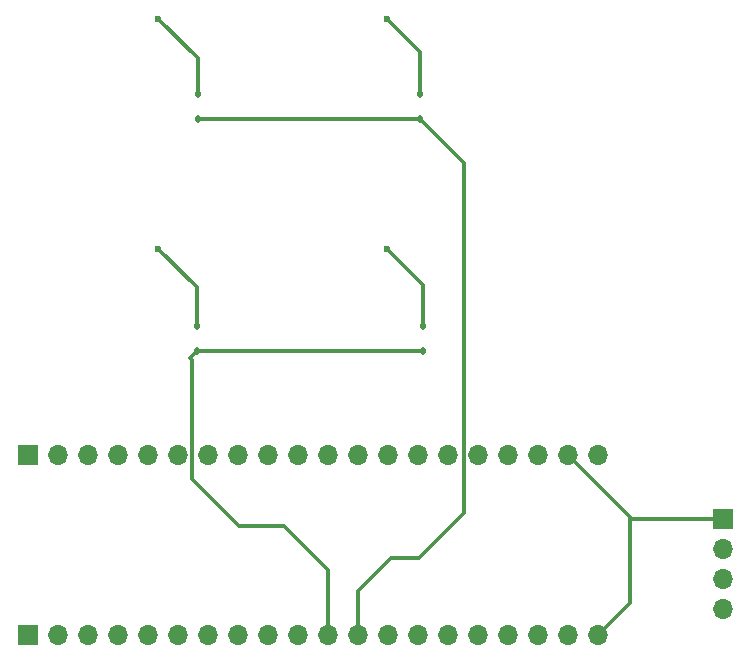
<source format=gbr>
%TF.GenerationSoftware,KiCad,Pcbnew,8.0.8*%
%TF.CreationDate,2025-06-15T23:17:14+08:00*%
%TF.ProjectId,2x2,3278322e-6b69-4636-9164-5f7063625858,rev?*%
%TF.SameCoordinates,Original*%
%TF.FileFunction,Copper,L1,Top*%
%TF.FilePolarity,Positive*%
%FSLAX46Y46*%
G04 Gerber Fmt 4.6, Leading zero omitted, Abs format (unit mm)*
G04 Created by KiCad (PCBNEW 8.0.8) date 2025-06-15 23:17:14*
%MOMM*%
%LPD*%
G01*
G04 APERTURE LIST*
G04 Aperture macros list*
%AMRoundRect*
0 Rectangle with rounded corners*
0 $1 Rounding radius*
0 $2 $3 $4 $5 $6 $7 $8 $9 X,Y pos of 4 corners*
0 Add a 4 corners polygon primitive as box body*
4,1,4,$2,$3,$4,$5,$6,$7,$8,$9,$2,$3,0*
0 Add four circle primitives for the rounded corners*
1,1,$1+$1,$2,$3*
1,1,$1+$1,$4,$5*
1,1,$1+$1,$6,$7*
1,1,$1+$1,$8,$9*
0 Add four rect primitives between the rounded corners*
20,1,$1+$1,$2,$3,$4,$5,0*
20,1,$1+$1,$4,$5,$6,$7,0*
20,1,$1+$1,$6,$7,$8,$9,0*
20,1,$1+$1,$8,$9,$2,$3,0*%
G04 Aperture macros list end*
%TA.AperFunction,ComponentPad*%
%ADD10R,1.700000X1.700000*%
%TD*%
%TA.AperFunction,ComponentPad*%
%ADD11O,1.700000X1.700000*%
%TD*%
%TA.AperFunction,SMDPad,CuDef*%
%ADD12RoundRect,0.112500X-0.112500X0.187500X-0.112500X-0.187500X0.112500X-0.187500X0.112500X0.187500X0*%
%TD*%
%TA.AperFunction,ViaPad*%
%ADD13C,0.600000*%
%TD*%
%TA.AperFunction,Conductor*%
%ADD14C,0.300000*%
%TD*%
G04 APERTURE END LIST*
D10*
%TO.P,J3,1,Pin_1*%
%TO.N,GND*%
X146862800Y-80162400D03*
D11*
%TO.P,J3,2,Pin_2*%
%TO.N,D+*%
X146862800Y-82702400D03*
%TO.P,J3,3,Pin_3*%
%TO.N,D-*%
X146862800Y-85242400D03*
%TO.P,J3,4,Pin_4*%
%TO.N,+5V*%
X146862800Y-87782400D03*
%TD*%
%TO.P,J2,20,Pin_20*%
%TO.N,unconnected-(J2-Pin_20-Pad20)*%
X136245600Y-74726800D03*
%TO.P,J2,19,Pin_19*%
%TO.N,GND*%
X133705600Y-74726800D03*
%TO.P,J2,18,Pin_18*%
%TO.N,unconnected-(J2-Pin_18-Pad18)*%
X131165600Y-74726800D03*
%TO.P,J2,17,Pin_17*%
%TO.N,unconnected-(J2-Pin_17-Pad17)*%
X128625600Y-74726800D03*
%TO.P,J2,16,Pin_16*%
%TO.N,unconnected-(J2-Pin_16-Pad16)*%
X126085600Y-74726800D03*
%TO.P,J2,15,Pin_15*%
%TO.N,unconnected-(J2-Pin_15-Pad15)*%
X123545600Y-74726800D03*
%TO.P,J2,14,Pin_14*%
%TO.N,unconnected-(J2-Pin_14-Pad14)*%
X121005600Y-74726800D03*
%TO.P,J2,13,Pin_13*%
%TO.N,unconnected-(J2-Pin_13-Pad13)*%
X118465600Y-74726800D03*
%TO.P,J2,12,Pin_12*%
%TO.N,COL1*%
X115925600Y-74726800D03*
%TO.P,J2,11,Pin_11*%
%TO.N,COL2*%
X113385600Y-74726800D03*
%TO.P,J2,10,Pin_10*%
%TO.N,unconnected-(J2-Pin_10-Pad10)*%
X110845600Y-74726800D03*
%TO.P,J2,9,Pin_9*%
%TO.N,D+*%
X108305600Y-74726800D03*
%TO.P,J2,8,Pin_8*%
%TO.N,D-*%
X105765600Y-74726800D03*
%TO.P,J2,7,Pin_7*%
%TO.N,unconnected-(J2-Pin_7-Pad7)*%
X103225600Y-74726800D03*
%TO.P,J2,6,Pin_6*%
%TO.N,unconnected-(J2-Pin_6-Pad6)*%
X100685600Y-74726800D03*
%TO.P,J2,5,Pin_5*%
%TO.N,unconnected-(J2-Pin_5-Pad5)*%
X98145600Y-74726800D03*
%TO.P,J2,4,Pin_4*%
%TO.N,unconnected-(J2-Pin_4-Pad4)*%
X95605600Y-74726800D03*
%TO.P,J2,3,Pin_3*%
%TO.N,unconnected-(J2-Pin_3-Pad3)*%
X93065600Y-74726800D03*
%TO.P,J2,2,Pin_2*%
%TO.N,unconnected-(J2-Pin_2-Pad2)*%
X90525600Y-74726800D03*
D10*
%TO.P,J2,1,Pin_1*%
%TO.N,unconnected-(J2-Pin_1-Pad1)*%
X87985600Y-74726800D03*
%TD*%
%TO.P,J1,1,Pin_1*%
%TO.N,+5V*%
X88011000Y-89992200D03*
D11*
%TO.P,J1,2,Pin_2*%
%TO.N,unconnected-(J1-Pin_2-Pad2)*%
X90551000Y-89992200D03*
%TO.P,J1,3,Pin_3*%
%TO.N,unconnected-(J1-Pin_3-Pad3)*%
X93091000Y-89992200D03*
%TO.P,J1,4,Pin_4*%
%TO.N,unconnected-(J1-Pin_4-Pad4)*%
X95631000Y-89992200D03*
%TO.P,J1,5,Pin_5*%
%TO.N,unconnected-(J1-Pin_5-Pad5)*%
X98171000Y-89992200D03*
%TO.P,J1,6,Pin_6*%
%TO.N,unconnected-(J1-Pin_6-Pad6)*%
X100711000Y-89992200D03*
%TO.P,J1,7,Pin_7*%
%TO.N,unconnected-(J1-Pin_7-Pad7)*%
X103251000Y-89992200D03*
%TO.P,J1,8,Pin_8*%
%TO.N,unconnected-(J1-Pin_8-Pad8)*%
X105791000Y-89992200D03*
%TO.P,J1,9,Pin_9*%
%TO.N,unconnected-(J1-Pin_9-Pad9)*%
X108331000Y-89992200D03*
%TO.P,J1,10,Pin_10*%
%TO.N,unconnected-(J1-Pin_10-Pad10)*%
X110871000Y-89992200D03*
%TO.P,J1,11,Pin_11*%
%TO.N,ROW2*%
X113411000Y-89992200D03*
%TO.P,J1,12,Pin_12*%
%TO.N,ROW1*%
X115951000Y-89992200D03*
%TO.P,J1,13,Pin_13*%
%TO.N,unconnected-(J1-Pin_13-Pad13)*%
X118491000Y-89992200D03*
%TO.P,J1,14,Pin_14*%
%TO.N,unconnected-(J1-Pin_14-Pad14)*%
X121031000Y-89992200D03*
%TO.P,J1,15,Pin_15*%
%TO.N,unconnected-(J1-Pin_15-Pad15)*%
X123571000Y-89992200D03*
%TO.P,J1,16,Pin_16*%
%TO.N,unconnected-(J1-Pin_16-Pad16)*%
X126111000Y-89992200D03*
%TO.P,J1,17,Pin_17*%
%TO.N,unconnected-(J1-Pin_17-Pad17)*%
X128651000Y-89992200D03*
%TO.P,J1,18,Pin_18*%
%TO.N,unconnected-(J1-Pin_18-Pad18)*%
X131191000Y-89992200D03*
%TO.P,J1,19,Pin_19*%
%TO.N,GND*%
X133731000Y-89992200D03*
%TO.P,J1,20,Pin_20*%
X136271000Y-89992200D03*
%TD*%
D12*
%TO.P,D6,1,K*%
%TO.N,Net-(D6-K)*%
X102285800Y-63796200D03*
%TO.P,D6,2,A*%
%TO.N,ROW2*%
X102285800Y-65896200D03*
%TD*%
%TO.P,D5,1,K*%
%TO.N,Net-(D5-K)*%
X102387400Y-44212800D03*
%TO.P,D5,2,A*%
%TO.N,ROW1*%
X102387400Y-46312800D03*
%TD*%
%TO.P,D2,1,K*%
%TO.N,Net-(D2-K)*%
X121412000Y-63796200D03*
%TO.P,D2,2,A*%
%TO.N,ROW2*%
X121412000Y-65896200D03*
%TD*%
%TO.P,D1,2,A*%
%TO.N,ROW1*%
X121183400Y-46312800D03*
%TO.P,D1,1,K*%
%TO.N,Net-(D1-K)*%
X121183400Y-44212800D03*
%TD*%
D13*
%TO.N,Net-(D2-K)*%
X118380200Y-57277000D03*
%TO.N,Net-(D6-K)*%
X99000000Y-57251600D03*
%TO.N,Net-(D5-K)*%
X99025400Y-37795200D03*
%TO.N,Net-(D1-K)*%
X118380200Y-37795200D03*
%TD*%
D14*
%TO.N,GND*%
X138988800Y-80010000D02*
X138988800Y-87274400D01*
X138988800Y-80010000D02*
X133705600Y-74726800D01*
X138988800Y-87274400D02*
X136271000Y-89992200D01*
X139141200Y-80162400D02*
X138988800Y-80010000D01*
%TO.N,ROW1*%
X115951000Y-86258400D02*
X115951000Y-89992200D01*
X115925600Y-86233000D02*
X115951000Y-86258400D01*
%TO.N,ROW2*%
X101885600Y-76790400D02*
X105835600Y-80740400D01*
X109645600Y-80740400D02*
X113411000Y-84505800D01*
X113411000Y-84505800D02*
X113411000Y-89992200D01*
X101670000Y-66512000D02*
X101885600Y-66727600D01*
X101885600Y-66727600D02*
X101885600Y-76790400D01*
X105835600Y-80740400D02*
X109645600Y-80740400D01*
X102285800Y-65896200D02*
X101670000Y-66512000D01*
%TO.N,ROW1*%
X124885600Y-79686000D02*
X121107200Y-83464400D01*
X118694200Y-83464400D02*
X115925600Y-86233000D01*
X124885600Y-50015000D02*
X124885600Y-79686000D01*
X121107200Y-83464400D02*
X118694200Y-83464400D01*
X121183400Y-46312800D02*
X124885600Y-50015000D01*
%TO.N,GND*%
X146862800Y-80162400D02*
X139141200Y-80162400D01*
%TO.N,Net-(D2-K)*%
X121412000Y-63796200D02*
X121412000Y-60308800D01*
X121412000Y-60308800D02*
X118380200Y-57277000D01*
%TO.N,ROW2*%
X121412000Y-65896200D02*
X102285800Y-65896200D01*
%TO.N,Net-(D6-K)*%
X102285800Y-63796200D02*
X102285800Y-60537400D01*
X102285800Y-60537400D02*
X99000000Y-57251600D01*
%TO.N,Net-(D5-K)*%
X102387400Y-41157200D02*
X99025400Y-37795200D01*
X102387400Y-44212800D02*
X102387400Y-41157200D01*
%TO.N,Net-(D1-K)*%
X121183400Y-40598400D02*
X118380200Y-37795200D01*
X121183400Y-44212800D02*
X121183400Y-40598400D01*
%TO.N,ROW1*%
X121217400Y-46278800D02*
X121183400Y-46312800D01*
X121183400Y-46312800D02*
X102387400Y-46312800D01*
%TD*%
M02*

</source>
